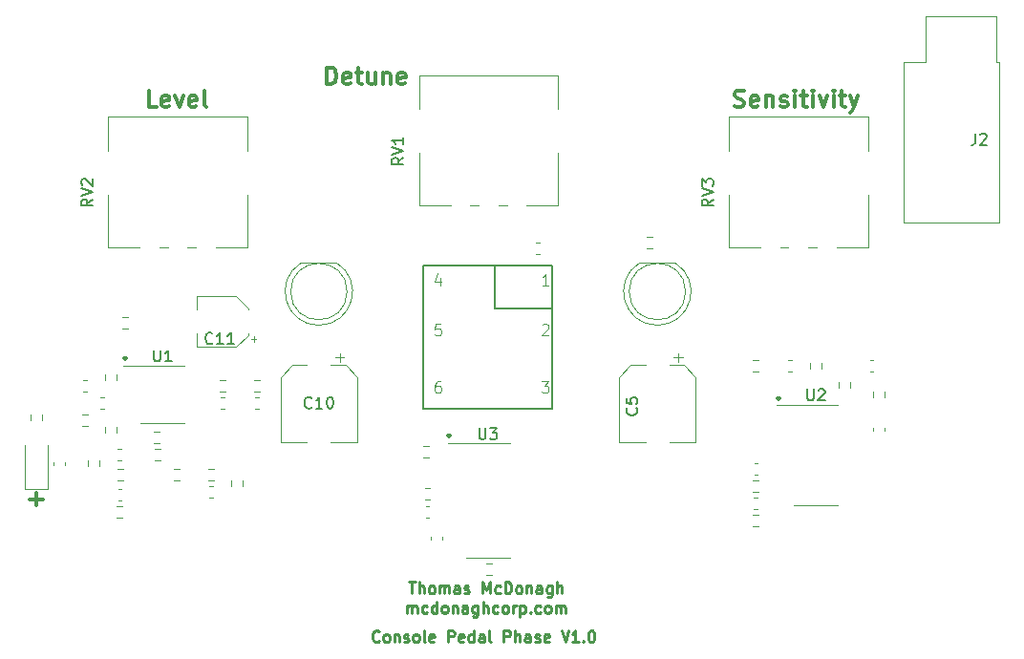
<source format=gbr>
%TF.GenerationSoftware,KiCad,Pcbnew,(5.1.7)-1*%
%TF.CreationDate,2020-11-19T18:07:40-06:00*%
%TF.ProjectId,ConsolePedalPhase,436f6e73-6f6c-4655-9065-64616c506861,rev?*%
%TF.SameCoordinates,Original*%
%TF.FileFunction,Legend,Top*%
%TF.FilePolarity,Positive*%
%FSLAX46Y46*%
G04 Gerber Fmt 4.6, Leading zero omitted, Abs format (unit mm)*
G04 Created by KiCad (PCBNEW (5.1.7)-1) date 2020-11-19 18:07:40*
%MOMM*%
%LPD*%
G01*
G04 APERTURE LIST*
%ADD10C,0.300000*%
%ADD11C,0.250000*%
%ADD12C,0.120000*%
%ADD13C,0.127000*%
%ADD14C,0.150000*%
%ADD15C,0.015000*%
G04 APERTURE END LIST*
D10*
X118455714Y-72306571D02*
X118455714Y-70806571D01*
X118812857Y-70806571D01*
X119027142Y-70878000D01*
X119170000Y-71020857D01*
X119241428Y-71163714D01*
X119312857Y-71449428D01*
X119312857Y-71663714D01*
X119241428Y-71949428D01*
X119170000Y-72092285D01*
X119027142Y-72235142D01*
X118812857Y-72306571D01*
X118455714Y-72306571D01*
X120527142Y-72235142D02*
X120384285Y-72306571D01*
X120098571Y-72306571D01*
X119955714Y-72235142D01*
X119884285Y-72092285D01*
X119884285Y-71520857D01*
X119955714Y-71378000D01*
X120098571Y-71306571D01*
X120384285Y-71306571D01*
X120527142Y-71378000D01*
X120598571Y-71520857D01*
X120598571Y-71663714D01*
X119884285Y-71806571D01*
X121027142Y-71306571D02*
X121598571Y-71306571D01*
X121241428Y-70806571D02*
X121241428Y-72092285D01*
X121312857Y-72235142D01*
X121455714Y-72306571D01*
X121598571Y-72306571D01*
X122741428Y-71306571D02*
X122741428Y-72306571D01*
X122098571Y-71306571D02*
X122098571Y-72092285D01*
X122170000Y-72235142D01*
X122312857Y-72306571D01*
X122527142Y-72306571D01*
X122670000Y-72235142D01*
X122741428Y-72163714D01*
X123455714Y-71306571D02*
X123455714Y-72306571D01*
X123455714Y-71449428D02*
X123527142Y-71378000D01*
X123670000Y-71306571D01*
X123884285Y-71306571D01*
X124027142Y-71378000D01*
X124098571Y-71520857D01*
X124098571Y-72306571D01*
X125384285Y-72235142D02*
X125241428Y-72306571D01*
X124955714Y-72306571D01*
X124812857Y-72235142D01*
X124741428Y-72092285D01*
X124741428Y-71520857D01*
X124812857Y-71378000D01*
X124955714Y-71306571D01*
X125241428Y-71306571D01*
X125384285Y-71378000D01*
X125455714Y-71520857D01*
X125455714Y-71663714D01*
X124741428Y-71806571D01*
X154591428Y-74267142D02*
X154805714Y-74338571D01*
X155162857Y-74338571D01*
X155305714Y-74267142D01*
X155377142Y-74195714D01*
X155448571Y-74052857D01*
X155448571Y-73910000D01*
X155377142Y-73767142D01*
X155305714Y-73695714D01*
X155162857Y-73624285D01*
X154877142Y-73552857D01*
X154734285Y-73481428D01*
X154662857Y-73410000D01*
X154591428Y-73267142D01*
X154591428Y-73124285D01*
X154662857Y-72981428D01*
X154734285Y-72910000D01*
X154877142Y-72838571D01*
X155234285Y-72838571D01*
X155448571Y-72910000D01*
X156662857Y-74267142D02*
X156520000Y-74338571D01*
X156234285Y-74338571D01*
X156091428Y-74267142D01*
X156020000Y-74124285D01*
X156020000Y-73552857D01*
X156091428Y-73410000D01*
X156234285Y-73338571D01*
X156520000Y-73338571D01*
X156662857Y-73410000D01*
X156734285Y-73552857D01*
X156734285Y-73695714D01*
X156020000Y-73838571D01*
X157377142Y-73338571D02*
X157377142Y-74338571D01*
X157377142Y-73481428D02*
X157448571Y-73410000D01*
X157591428Y-73338571D01*
X157805714Y-73338571D01*
X157948571Y-73410000D01*
X158020000Y-73552857D01*
X158020000Y-74338571D01*
X158662857Y-74267142D02*
X158805714Y-74338571D01*
X159091428Y-74338571D01*
X159234285Y-74267142D01*
X159305714Y-74124285D01*
X159305714Y-74052857D01*
X159234285Y-73910000D01*
X159091428Y-73838571D01*
X158877142Y-73838571D01*
X158734285Y-73767142D01*
X158662857Y-73624285D01*
X158662857Y-73552857D01*
X158734285Y-73410000D01*
X158877142Y-73338571D01*
X159091428Y-73338571D01*
X159234285Y-73410000D01*
X159948571Y-74338571D02*
X159948571Y-73338571D01*
X159948571Y-72838571D02*
X159877142Y-72910000D01*
X159948571Y-72981428D01*
X160020000Y-72910000D01*
X159948571Y-72838571D01*
X159948571Y-72981428D01*
X160448571Y-73338571D02*
X161020000Y-73338571D01*
X160662857Y-72838571D02*
X160662857Y-74124285D01*
X160734285Y-74267142D01*
X160877142Y-74338571D01*
X161020000Y-74338571D01*
X161520000Y-74338571D02*
X161520000Y-73338571D01*
X161520000Y-72838571D02*
X161448571Y-72910000D01*
X161520000Y-72981428D01*
X161591428Y-72910000D01*
X161520000Y-72838571D01*
X161520000Y-72981428D01*
X162091428Y-73338571D02*
X162448571Y-74338571D01*
X162805714Y-73338571D01*
X163377142Y-74338571D02*
X163377142Y-73338571D01*
X163377142Y-72838571D02*
X163305714Y-72910000D01*
X163377142Y-72981428D01*
X163448571Y-72910000D01*
X163377142Y-72838571D01*
X163377142Y-72981428D01*
X163877142Y-73338571D02*
X164448571Y-73338571D01*
X164091428Y-72838571D02*
X164091428Y-74124285D01*
X164162857Y-74267142D01*
X164305714Y-74338571D01*
X164448571Y-74338571D01*
X164805714Y-73338571D02*
X165162857Y-74338571D01*
X165520000Y-73338571D02*
X165162857Y-74338571D01*
X165020000Y-74695714D01*
X164948571Y-74767142D01*
X164805714Y-74838571D01*
X103370285Y-74338571D02*
X102656000Y-74338571D01*
X102656000Y-72838571D01*
X104441714Y-74267142D02*
X104298857Y-74338571D01*
X104013142Y-74338571D01*
X103870285Y-74267142D01*
X103798857Y-74124285D01*
X103798857Y-73552857D01*
X103870285Y-73410000D01*
X104013142Y-73338571D01*
X104298857Y-73338571D01*
X104441714Y-73410000D01*
X104513142Y-73552857D01*
X104513142Y-73695714D01*
X103798857Y-73838571D01*
X105013142Y-73338571D02*
X105370285Y-74338571D01*
X105727428Y-73338571D01*
X106870285Y-74267142D02*
X106727428Y-74338571D01*
X106441714Y-74338571D01*
X106298857Y-74267142D01*
X106227428Y-74124285D01*
X106227428Y-73552857D01*
X106298857Y-73410000D01*
X106441714Y-73338571D01*
X106727428Y-73338571D01*
X106870285Y-73410000D01*
X106941714Y-73552857D01*
X106941714Y-73695714D01*
X106227428Y-73838571D01*
X107798857Y-74338571D02*
X107656000Y-74267142D01*
X107584571Y-74124285D01*
X107584571Y-72838571D01*
X158496000Y-100103714D02*
X158424571Y-100175142D01*
X158496000Y-100246571D01*
X158567428Y-100175142D01*
X158496000Y-100103714D01*
X158496000Y-100246571D01*
X100584000Y-96547714D02*
X100512571Y-96619142D01*
X100584000Y-96690571D01*
X100655428Y-96619142D01*
X100584000Y-96547714D01*
X100584000Y-96690571D01*
X129286000Y-103405714D02*
X129214571Y-103477142D01*
X129286000Y-103548571D01*
X129357428Y-103477142D01*
X129286000Y-103405714D01*
X129286000Y-103548571D01*
X93281428Y-109073142D02*
X92138571Y-109073142D01*
X92710000Y-109644571D02*
X92710000Y-108501714D01*
D11*
X123095952Y-121642142D02*
X123048333Y-121689761D01*
X122905476Y-121737380D01*
X122810238Y-121737380D01*
X122667380Y-121689761D01*
X122572142Y-121594523D01*
X122524523Y-121499285D01*
X122476904Y-121308809D01*
X122476904Y-121165952D01*
X122524523Y-120975476D01*
X122572142Y-120880238D01*
X122667380Y-120785000D01*
X122810238Y-120737380D01*
X122905476Y-120737380D01*
X123048333Y-120785000D01*
X123095952Y-120832619D01*
X123667380Y-121737380D02*
X123572142Y-121689761D01*
X123524523Y-121642142D01*
X123476904Y-121546904D01*
X123476904Y-121261190D01*
X123524523Y-121165952D01*
X123572142Y-121118333D01*
X123667380Y-121070714D01*
X123810238Y-121070714D01*
X123905476Y-121118333D01*
X123953095Y-121165952D01*
X124000714Y-121261190D01*
X124000714Y-121546904D01*
X123953095Y-121642142D01*
X123905476Y-121689761D01*
X123810238Y-121737380D01*
X123667380Y-121737380D01*
X124429285Y-121070714D02*
X124429285Y-121737380D01*
X124429285Y-121165952D02*
X124476904Y-121118333D01*
X124572142Y-121070714D01*
X124715000Y-121070714D01*
X124810238Y-121118333D01*
X124857857Y-121213571D01*
X124857857Y-121737380D01*
X125286428Y-121689761D02*
X125381666Y-121737380D01*
X125572142Y-121737380D01*
X125667380Y-121689761D01*
X125715000Y-121594523D01*
X125715000Y-121546904D01*
X125667380Y-121451666D01*
X125572142Y-121404047D01*
X125429285Y-121404047D01*
X125334047Y-121356428D01*
X125286428Y-121261190D01*
X125286428Y-121213571D01*
X125334047Y-121118333D01*
X125429285Y-121070714D01*
X125572142Y-121070714D01*
X125667380Y-121118333D01*
X126286428Y-121737380D02*
X126191190Y-121689761D01*
X126143571Y-121642142D01*
X126095952Y-121546904D01*
X126095952Y-121261190D01*
X126143571Y-121165952D01*
X126191190Y-121118333D01*
X126286428Y-121070714D01*
X126429285Y-121070714D01*
X126524523Y-121118333D01*
X126572142Y-121165952D01*
X126619761Y-121261190D01*
X126619761Y-121546904D01*
X126572142Y-121642142D01*
X126524523Y-121689761D01*
X126429285Y-121737380D01*
X126286428Y-121737380D01*
X127191190Y-121737380D02*
X127095952Y-121689761D01*
X127048333Y-121594523D01*
X127048333Y-120737380D01*
X127953095Y-121689761D02*
X127857857Y-121737380D01*
X127667380Y-121737380D01*
X127572142Y-121689761D01*
X127524523Y-121594523D01*
X127524523Y-121213571D01*
X127572142Y-121118333D01*
X127667380Y-121070714D01*
X127857857Y-121070714D01*
X127953095Y-121118333D01*
X128000714Y-121213571D01*
X128000714Y-121308809D01*
X127524523Y-121404047D01*
X129191190Y-121737380D02*
X129191190Y-120737380D01*
X129572142Y-120737380D01*
X129667380Y-120785000D01*
X129715000Y-120832619D01*
X129762619Y-120927857D01*
X129762619Y-121070714D01*
X129715000Y-121165952D01*
X129667380Y-121213571D01*
X129572142Y-121261190D01*
X129191190Y-121261190D01*
X130572142Y-121689761D02*
X130476904Y-121737380D01*
X130286428Y-121737380D01*
X130191190Y-121689761D01*
X130143571Y-121594523D01*
X130143571Y-121213571D01*
X130191190Y-121118333D01*
X130286428Y-121070714D01*
X130476904Y-121070714D01*
X130572142Y-121118333D01*
X130619761Y-121213571D01*
X130619761Y-121308809D01*
X130143571Y-121404047D01*
X131476904Y-121737380D02*
X131476904Y-120737380D01*
X131476904Y-121689761D02*
X131381666Y-121737380D01*
X131191190Y-121737380D01*
X131095952Y-121689761D01*
X131048333Y-121642142D01*
X131000714Y-121546904D01*
X131000714Y-121261190D01*
X131048333Y-121165952D01*
X131095952Y-121118333D01*
X131191190Y-121070714D01*
X131381666Y-121070714D01*
X131476904Y-121118333D01*
X132381666Y-121737380D02*
X132381666Y-121213571D01*
X132334047Y-121118333D01*
X132238809Y-121070714D01*
X132048333Y-121070714D01*
X131953095Y-121118333D01*
X132381666Y-121689761D02*
X132286428Y-121737380D01*
X132048333Y-121737380D01*
X131953095Y-121689761D01*
X131905476Y-121594523D01*
X131905476Y-121499285D01*
X131953095Y-121404047D01*
X132048333Y-121356428D01*
X132286428Y-121356428D01*
X132381666Y-121308809D01*
X133000714Y-121737380D02*
X132905476Y-121689761D01*
X132857857Y-121594523D01*
X132857857Y-120737380D01*
X134143571Y-121737380D02*
X134143571Y-120737380D01*
X134524523Y-120737380D01*
X134619761Y-120785000D01*
X134667380Y-120832619D01*
X134715000Y-120927857D01*
X134715000Y-121070714D01*
X134667380Y-121165952D01*
X134619761Y-121213571D01*
X134524523Y-121261190D01*
X134143571Y-121261190D01*
X135143571Y-121737380D02*
X135143571Y-120737380D01*
X135572142Y-121737380D02*
X135572142Y-121213571D01*
X135524523Y-121118333D01*
X135429285Y-121070714D01*
X135286428Y-121070714D01*
X135191190Y-121118333D01*
X135143571Y-121165952D01*
X136476904Y-121737380D02*
X136476904Y-121213571D01*
X136429285Y-121118333D01*
X136334047Y-121070714D01*
X136143571Y-121070714D01*
X136048333Y-121118333D01*
X136476904Y-121689761D02*
X136381666Y-121737380D01*
X136143571Y-121737380D01*
X136048333Y-121689761D01*
X136000714Y-121594523D01*
X136000714Y-121499285D01*
X136048333Y-121404047D01*
X136143571Y-121356428D01*
X136381666Y-121356428D01*
X136476904Y-121308809D01*
X136905476Y-121689761D02*
X137000714Y-121737380D01*
X137191190Y-121737380D01*
X137286428Y-121689761D01*
X137334047Y-121594523D01*
X137334047Y-121546904D01*
X137286428Y-121451666D01*
X137191190Y-121404047D01*
X137048333Y-121404047D01*
X136953095Y-121356428D01*
X136905476Y-121261190D01*
X136905476Y-121213571D01*
X136953095Y-121118333D01*
X137048333Y-121070714D01*
X137191190Y-121070714D01*
X137286428Y-121118333D01*
X138143571Y-121689761D02*
X138048333Y-121737380D01*
X137857857Y-121737380D01*
X137762619Y-121689761D01*
X137715000Y-121594523D01*
X137715000Y-121213571D01*
X137762619Y-121118333D01*
X137857857Y-121070714D01*
X138048333Y-121070714D01*
X138143571Y-121118333D01*
X138191190Y-121213571D01*
X138191190Y-121308809D01*
X137715000Y-121404047D01*
X139238809Y-120737380D02*
X139572142Y-121737380D01*
X139905476Y-120737380D01*
X140762619Y-121737380D02*
X140191190Y-121737380D01*
X140476904Y-121737380D02*
X140476904Y-120737380D01*
X140381666Y-120880238D01*
X140286428Y-120975476D01*
X140191190Y-121023095D01*
X141191190Y-121642142D02*
X141238809Y-121689761D01*
X141191190Y-121737380D01*
X141143571Y-121689761D01*
X141191190Y-121642142D01*
X141191190Y-121737380D01*
X141857857Y-120737380D02*
X141953095Y-120737380D01*
X142048333Y-120785000D01*
X142095952Y-120832619D01*
X142143571Y-120927857D01*
X142191190Y-121118333D01*
X142191190Y-121356428D01*
X142143571Y-121546904D01*
X142095952Y-121642142D01*
X142048333Y-121689761D01*
X141953095Y-121737380D01*
X141857857Y-121737380D01*
X141762619Y-121689761D01*
X141715000Y-121642142D01*
X141667380Y-121546904D01*
X141619761Y-121356428D01*
X141619761Y-121118333D01*
X141667380Y-120927857D01*
X141715000Y-120832619D01*
X141762619Y-120785000D01*
X141857857Y-120737380D01*
X125730857Y-116433380D02*
X126302285Y-116433380D01*
X126016571Y-117433380D02*
X126016571Y-116433380D01*
X126635619Y-117433380D02*
X126635619Y-116433380D01*
X127064190Y-117433380D02*
X127064190Y-116909571D01*
X127016571Y-116814333D01*
X126921333Y-116766714D01*
X126778476Y-116766714D01*
X126683238Y-116814333D01*
X126635619Y-116861952D01*
X127683238Y-117433380D02*
X127588000Y-117385761D01*
X127540380Y-117338142D01*
X127492761Y-117242904D01*
X127492761Y-116957190D01*
X127540380Y-116861952D01*
X127588000Y-116814333D01*
X127683238Y-116766714D01*
X127826095Y-116766714D01*
X127921333Y-116814333D01*
X127968952Y-116861952D01*
X128016571Y-116957190D01*
X128016571Y-117242904D01*
X127968952Y-117338142D01*
X127921333Y-117385761D01*
X127826095Y-117433380D01*
X127683238Y-117433380D01*
X128445142Y-117433380D02*
X128445142Y-116766714D01*
X128445142Y-116861952D02*
X128492761Y-116814333D01*
X128588000Y-116766714D01*
X128730857Y-116766714D01*
X128826095Y-116814333D01*
X128873714Y-116909571D01*
X128873714Y-117433380D01*
X128873714Y-116909571D02*
X128921333Y-116814333D01*
X129016571Y-116766714D01*
X129159428Y-116766714D01*
X129254666Y-116814333D01*
X129302285Y-116909571D01*
X129302285Y-117433380D01*
X130207047Y-117433380D02*
X130207047Y-116909571D01*
X130159428Y-116814333D01*
X130064190Y-116766714D01*
X129873714Y-116766714D01*
X129778476Y-116814333D01*
X130207047Y-117385761D02*
X130111809Y-117433380D01*
X129873714Y-117433380D01*
X129778476Y-117385761D01*
X129730857Y-117290523D01*
X129730857Y-117195285D01*
X129778476Y-117100047D01*
X129873714Y-117052428D01*
X130111809Y-117052428D01*
X130207047Y-117004809D01*
X130635619Y-117385761D02*
X130730857Y-117433380D01*
X130921333Y-117433380D01*
X131016571Y-117385761D01*
X131064190Y-117290523D01*
X131064190Y-117242904D01*
X131016571Y-117147666D01*
X130921333Y-117100047D01*
X130778476Y-117100047D01*
X130683238Y-117052428D01*
X130635619Y-116957190D01*
X130635619Y-116909571D01*
X130683238Y-116814333D01*
X130778476Y-116766714D01*
X130921333Y-116766714D01*
X131016571Y-116814333D01*
X132254666Y-117433380D02*
X132254666Y-116433380D01*
X132588000Y-117147666D01*
X132921333Y-116433380D01*
X132921333Y-117433380D01*
X133826095Y-117385761D02*
X133730857Y-117433380D01*
X133540380Y-117433380D01*
X133445142Y-117385761D01*
X133397523Y-117338142D01*
X133349904Y-117242904D01*
X133349904Y-116957190D01*
X133397523Y-116861952D01*
X133445142Y-116814333D01*
X133540380Y-116766714D01*
X133730857Y-116766714D01*
X133826095Y-116814333D01*
X134254666Y-117433380D02*
X134254666Y-116433380D01*
X134492761Y-116433380D01*
X134635619Y-116481000D01*
X134730857Y-116576238D01*
X134778476Y-116671476D01*
X134826095Y-116861952D01*
X134826095Y-117004809D01*
X134778476Y-117195285D01*
X134730857Y-117290523D01*
X134635619Y-117385761D01*
X134492761Y-117433380D01*
X134254666Y-117433380D01*
X135397523Y-117433380D02*
X135302285Y-117385761D01*
X135254666Y-117338142D01*
X135207047Y-117242904D01*
X135207047Y-116957190D01*
X135254666Y-116861952D01*
X135302285Y-116814333D01*
X135397523Y-116766714D01*
X135540380Y-116766714D01*
X135635619Y-116814333D01*
X135683238Y-116861952D01*
X135730857Y-116957190D01*
X135730857Y-117242904D01*
X135683238Y-117338142D01*
X135635619Y-117385761D01*
X135540380Y-117433380D01*
X135397523Y-117433380D01*
X136159428Y-116766714D02*
X136159428Y-117433380D01*
X136159428Y-116861952D02*
X136207047Y-116814333D01*
X136302285Y-116766714D01*
X136445142Y-116766714D01*
X136540380Y-116814333D01*
X136588000Y-116909571D01*
X136588000Y-117433380D01*
X137492761Y-117433380D02*
X137492761Y-116909571D01*
X137445142Y-116814333D01*
X137349904Y-116766714D01*
X137159428Y-116766714D01*
X137064190Y-116814333D01*
X137492761Y-117385761D02*
X137397523Y-117433380D01*
X137159428Y-117433380D01*
X137064190Y-117385761D01*
X137016571Y-117290523D01*
X137016571Y-117195285D01*
X137064190Y-117100047D01*
X137159428Y-117052428D01*
X137397523Y-117052428D01*
X137492761Y-117004809D01*
X138397523Y-116766714D02*
X138397523Y-117576238D01*
X138349904Y-117671476D01*
X138302285Y-117719095D01*
X138207047Y-117766714D01*
X138064190Y-117766714D01*
X137968952Y-117719095D01*
X138397523Y-117385761D02*
X138302285Y-117433380D01*
X138111809Y-117433380D01*
X138016571Y-117385761D01*
X137968952Y-117338142D01*
X137921333Y-117242904D01*
X137921333Y-116957190D01*
X137968952Y-116861952D01*
X138016571Y-116814333D01*
X138111809Y-116766714D01*
X138302285Y-116766714D01*
X138397523Y-116814333D01*
X138873714Y-117433380D02*
X138873714Y-116433380D01*
X139302285Y-117433380D02*
X139302285Y-116909571D01*
X139254666Y-116814333D01*
X139159428Y-116766714D01*
X139016571Y-116766714D01*
X138921333Y-116814333D01*
X138873714Y-116861952D01*
X125588000Y-119183380D02*
X125588000Y-118516714D01*
X125588000Y-118611952D02*
X125635619Y-118564333D01*
X125730857Y-118516714D01*
X125873714Y-118516714D01*
X125968952Y-118564333D01*
X126016571Y-118659571D01*
X126016571Y-119183380D01*
X126016571Y-118659571D02*
X126064190Y-118564333D01*
X126159428Y-118516714D01*
X126302285Y-118516714D01*
X126397523Y-118564333D01*
X126445142Y-118659571D01*
X126445142Y-119183380D01*
X127349904Y-119135761D02*
X127254666Y-119183380D01*
X127064190Y-119183380D01*
X126968952Y-119135761D01*
X126921333Y-119088142D01*
X126873714Y-118992904D01*
X126873714Y-118707190D01*
X126921333Y-118611952D01*
X126968952Y-118564333D01*
X127064190Y-118516714D01*
X127254666Y-118516714D01*
X127349904Y-118564333D01*
X128207047Y-119183380D02*
X128207047Y-118183380D01*
X128207047Y-119135761D02*
X128111809Y-119183380D01*
X127921333Y-119183380D01*
X127826095Y-119135761D01*
X127778476Y-119088142D01*
X127730857Y-118992904D01*
X127730857Y-118707190D01*
X127778476Y-118611952D01*
X127826095Y-118564333D01*
X127921333Y-118516714D01*
X128111809Y-118516714D01*
X128207047Y-118564333D01*
X128826095Y-119183380D02*
X128730857Y-119135761D01*
X128683238Y-119088142D01*
X128635619Y-118992904D01*
X128635619Y-118707190D01*
X128683238Y-118611952D01*
X128730857Y-118564333D01*
X128826095Y-118516714D01*
X128968952Y-118516714D01*
X129064190Y-118564333D01*
X129111809Y-118611952D01*
X129159428Y-118707190D01*
X129159428Y-118992904D01*
X129111809Y-119088142D01*
X129064190Y-119135761D01*
X128968952Y-119183380D01*
X128826095Y-119183380D01*
X129588000Y-118516714D02*
X129588000Y-119183380D01*
X129588000Y-118611952D02*
X129635619Y-118564333D01*
X129730857Y-118516714D01*
X129873714Y-118516714D01*
X129968952Y-118564333D01*
X130016571Y-118659571D01*
X130016571Y-119183380D01*
X130921333Y-119183380D02*
X130921333Y-118659571D01*
X130873714Y-118564333D01*
X130778476Y-118516714D01*
X130588000Y-118516714D01*
X130492761Y-118564333D01*
X130921333Y-119135761D02*
X130826095Y-119183380D01*
X130588000Y-119183380D01*
X130492761Y-119135761D01*
X130445142Y-119040523D01*
X130445142Y-118945285D01*
X130492761Y-118850047D01*
X130588000Y-118802428D01*
X130826095Y-118802428D01*
X130921333Y-118754809D01*
X131826095Y-118516714D02*
X131826095Y-119326238D01*
X131778476Y-119421476D01*
X131730857Y-119469095D01*
X131635619Y-119516714D01*
X131492761Y-119516714D01*
X131397523Y-119469095D01*
X131826095Y-119135761D02*
X131730857Y-119183380D01*
X131540380Y-119183380D01*
X131445142Y-119135761D01*
X131397523Y-119088142D01*
X131349904Y-118992904D01*
X131349904Y-118707190D01*
X131397523Y-118611952D01*
X131445142Y-118564333D01*
X131540380Y-118516714D01*
X131730857Y-118516714D01*
X131826095Y-118564333D01*
X132302285Y-119183380D02*
X132302285Y-118183380D01*
X132730857Y-119183380D02*
X132730857Y-118659571D01*
X132683238Y-118564333D01*
X132588000Y-118516714D01*
X132445142Y-118516714D01*
X132349904Y-118564333D01*
X132302285Y-118611952D01*
X133635619Y-119135761D02*
X133540380Y-119183380D01*
X133349904Y-119183380D01*
X133254666Y-119135761D01*
X133207047Y-119088142D01*
X133159428Y-118992904D01*
X133159428Y-118707190D01*
X133207047Y-118611952D01*
X133254666Y-118564333D01*
X133349904Y-118516714D01*
X133540380Y-118516714D01*
X133635619Y-118564333D01*
X134207047Y-119183380D02*
X134111809Y-119135761D01*
X134064190Y-119088142D01*
X134016571Y-118992904D01*
X134016571Y-118707190D01*
X134064190Y-118611952D01*
X134111809Y-118564333D01*
X134207047Y-118516714D01*
X134349904Y-118516714D01*
X134445142Y-118564333D01*
X134492761Y-118611952D01*
X134540380Y-118707190D01*
X134540380Y-118992904D01*
X134492761Y-119088142D01*
X134445142Y-119135761D01*
X134349904Y-119183380D01*
X134207047Y-119183380D01*
X134968952Y-119183380D02*
X134968952Y-118516714D01*
X134968952Y-118707190D02*
X135016571Y-118611952D01*
X135064190Y-118564333D01*
X135159428Y-118516714D01*
X135254666Y-118516714D01*
X135588000Y-118516714D02*
X135588000Y-119516714D01*
X135588000Y-118564333D02*
X135683238Y-118516714D01*
X135873714Y-118516714D01*
X135968952Y-118564333D01*
X136016571Y-118611952D01*
X136064190Y-118707190D01*
X136064190Y-118992904D01*
X136016571Y-119088142D01*
X135968952Y-119135761D01*
X135873714Y-119183380D01*
X135683238Y-119183380D01*
X135588000Y-119135761D01*
X136492761Y-119088142D02*
X136540380Y-119135761D01*
X136492761Y-119183380D01*
X136445142Y-119135761D01*
X136492761Y-119088142D01*
X136492761Y-119183380D01*
X137397523Y-119135761D02*
X137302285Y-119183380D01*
X137111809Y-119183380D01*
X137016571Y-119135761D01*
X136968952Y-119088142D01*
X136921333Y-118992904D01*
X136921333Y-118707190D01*
X136968952Y-118611952D01*
X137016571Y-118564333D01*
X137111809Y-118516714D01*
X137302285Y-118516714D01*
X137397523Y-118564333D01*
X137968952Y-119183380D02*
X137873714Y-119135761D01*
X137826095Y-119088142D01*
X137778476Y-118992904D01*
X137778476Y-118707190D01*
X137826095Y-118611952D01*
X137873714Y-118564333D01*
X137968952Y-118516714D01*
X138111809Y-118516714D01*
X138207047Y-118564333D01*
X138254666Y-118611952D01*
X138302285Y-118707190D01*
X138302285Y-118992904D01*
X138254666Y-119088142D01*
X138207047Y-119135761D01*
X138111809Y-119183380D01*
X137968952Y-119183380D01*
X138730857Y-119183380D02*
X138730857Y-118516714D01*
X138730857Y-118611952D02*
X138778476Y-118564333D01*
X138873714Y-118516714D01*
X139016571Y-118516714D01*
X139111809Y-118564333D01*
X139159428Y-118659571D01*
X139159428Y-119183380D01*
X139159428Y-118659571D02*
X139207047Y-118564333D01*
X139302285Y-118516714D01*
X139445142Y-118516714D01*
X139540380Y-118564333D01*
X139588000Y-118659571D01*
X139588000Y-119183380D01*
D12*
%TO.C,R1*%
X93232500Y-101616742D02*
X93232500Y-102091258D01*
X92187500Y-101616742D02*
X92187500Y-102091258D01*
%TO.C,D2*%
X149295000Y-88118000D02*
X146205000Y-88118000D01*
X150250000Y-90678000D02*
G75*
G03*
X150250000Y-90678000I-2500000J0D01*
G01*
X147750462Y-93668000D02*
G75*
G02*
X146205170Y-88118000I-462J2990000D01*
G01*
X147749538Y-93668000D02*
G75*
G03*
X149294830Y-88118000I462J2990000D01*
G01*
%TO.C,R3*%
X146828742Y-85837500D02*
X147303258Y-85837500D01*
X146828742Y-86882500D02*
X147303258Y-86882500D01*
%TO.C,C1*%
X98692580Y-101094000D02*
X98411420Y-101094000D01*
X98692580Y-100074000D02*
X98411420Y-100074000D01*
%TO.C,D1*%
X120250000Y-90678000D02*
G75*
G03*
X120250000Y-90678000I-2500000J0D01*
G01*
X119295000Y-88118000D02*
X116205000Y-88118000D01*
X117749538Y-93668000D02*
G75*
G03*
X119294830Y-88118000I462J2990000D01*
G01*
X117750462Y-93668000D02*
G75*
G02*
X116205170Y-88118000I-462J2990000D01*
G01*
%TO.C,C2*%
X137019420Y-87378000D02*
X137300580Y-87378000D01*
X137019420Y-86358000D02*
X137300580Y-86358000D01*
%TO.C,C3*%
X127521580Y-110746000D02*
X127240420Y-110746000D01*
X127521580Y-109726000D02*
X127240420Y-109726000D01*
%TO.C,C4*%
X96887420Y-99570000D02*
X97168580Y-99570000D01*
X96887420Y-98550000D02*
X97168580Y-98550000D01*
%TO.C,C6*%
X94232000Y-105777420D02*
X94232000Y-106058580D01*
X95252000Y-105777420D02*
X95252000Y-106058580D01*
%TO.C,C7*%
X99935420Y-104646000D02*
X100216580Y-104646000D01*
X99935420Y-105666000D02*
X100216580Y-105666000D01*
%TO.C,C8*%
X108063420Y-108968000D02*
X108344580Y-108968000D01*
X108063420Y-107948000D02*
X108344580Y-107948000D01*
%TO.C,C9*%
X99948420Y-108202000D02*
X100229580Y-108202000D01*
X99948420Y-109222000D02*
X100229580Y-109222000D01*
%TO.C,C12*%
X156323420Y-109984000D02*
X156604580Y-109984000D01*
X156323420Y-108964000D02*
X156604580Y-108964000D01*
%TO.C,C13*%
X156617580Y-106936000D02*
X156336420Y-106936000D01*
X156617580Y-105916000D02*
X156336420Y-105916000D01*
%TO.C,C14*%
X159371420Y-97792000D02*
X159652580Y-97792000D01*
X159371420Y-96772000D02*
X159652580Y-96772000D01*
%TO.C,C15*%
X109079420Y-101094000D02*
X109360580Y-101094000D01*
X109079420Y-100074000D02*
X109360580Y-100074000D01*
%TO.C,C16*%
X112127420Y-101094000D02*
X112408580Y-101094000D01*
X112127420Y-100074000D02*
X112408580Y-100074000D01*
%TO.C,C17*%
X166891580Y-97792000D02*
X166610420Y-97792000D01*
X166891580Y-96772000D02*
X166610420Y-96772000D01*
%TO.C,C18*%
X127633000Y-112662580D02*
X127633000Y-112381420D01*
X128653000Y-112662580D02*
X128653000Y-112381420D01*
%TO.C,C19*%
X166876000Y-103010580D02*
X166876000Y-102729420D01*
X167896000Y-103010580D02*
X167896000Y-102729420D01*
%TO.C,D3*%
X91710000Y-108168000D02*
X91710000Y-104268000D01*
X93710000Y-108168000D02*
X93710000Y-104268000D01*
X91710000Y-108168000D02*
X93710000Y-108168000D01*
%TO.C,R2*%
X98791500Y-102695742D02*
X98791500Y-103170258D01*
X99836500Y-102695742D02*
X99836500Y-103170258D01*
%TO.C,R4*%
X127143742Y-108062500D02*
X127618258Y-108062500D01*
X127143742Y-109107500D02*
X127618258Y-109107500D01*
%TO.C,R5*%
X127016742Y-104379500D02*
X127491258Y-104379500D01*
X127016742Y-105424500D02*
X127491258Y-105424500D01*
%TO.C,R6*%
X105393258Y-107456500D02*
X104918742Y-107456500D01*
X105393258Y-106411500D02*
X104918742Y-106411500D01*
%TO.C,R7*%
X99901742Y-107456500D02*
X100376258Y-107456500D01*
X99901742Y-106411500D02*
X100376258Y-106411500D01*
%TO.C,R8*%
X103140742Y-104154500D02*
X103615258Y-104154500D01*
X103140742Y-103109500D02*
X103615258Y-103109500D01*
%TO.C,R9*%
X103203742Y-105678500D02*
X103678258Y-105678500D01*
X103203742Y-104633500D02*
X103678258Y-104633500D01*
%TO.C,R10*%
X107966742Y-106411500D02*
X108441258Y-106411500D01*
X107966742Y-107456500D02*
X108441258Y-107456500D01*
%TO.C,R11*%
X97267500Y-106155258D02*
X97267500Y-105680742D01*
X98312500Y-106155258D02*
X98312500Y-105680742D01*
%TO.C,R12*%
X97265258Y-102630500D02*
X96790742Y-102630500D01*
X97265258Y-101585500D02*
X96790742Y-101585500D01*
%TO.C,R13*%
X111012500Y-107933258D02*
X111012500Y-107458742D01*
X109967500Y-107933258D02*
X109967500Y-107458742D01*
%TO.C,R14*%
X100313258Y-110758500D02*
X99838742Y-110758500D01*
X100313258Y-109713500D02*
X99838742Y-109713500D01*
%TO.C,R15*%
X156226742Y-111520500D02*
X156701258Y-111520500D01*
X156226742Y-110475500D02*
X156701258Y-110475500D01*
%TO.C,R16*%
X156701258Y-107427500D02*
X156226742Y-107427500D01*
X156701258Y-108472500D02*
X156226742Y-108472500D01*
%TO.C,R17*%
X98791500Y-98060742D02*
X98791500Y-98535258D01*
X99836500Y-98060742D02*
X99836500Y-98535258D01*
%TO.C,R18*%
X100821258Y-92949500D02*
X100346742Y-92949500D01*
X100821258Y-93994500D02*
X100346742Y-93994500D01*
%TO.C,R19*%
X161275500Y-97044742D02*
X161275500Y-97519258D01*
X162320500Y-97044742D02*
X162320500Y-97519258D01*
%TO.C,R20*%
X108982742Y-98537500D02*
X109457258Y-98537500D01*
X108982742Y-99582500D02*
X109457258Y-99582500D01*
%TO.C,R21*%
X156226742Y-97804500D02*
X156701258Y-97804500D01*
X156226742Y-96759500D02*
X156701258Y-96759500D01*
%TO.C,R22*%
X164860500Y-98695742D02*
X164860500Y-99170258D01*
X163815500Y-98695742D02*
X163815500Y-99170258D01*
%TO.C,R23*%
X112505258Y-98537500D02*
X112030742Y-98537500D01*
X112505258Y-99582500D02*
X112030742Y-99582500D01*
%TO.C,R24*%
X132604742Y-114793500D02*
X133079258Y-114793500D01*
X132604742Y-115838500D02*
X133079258Y-115838500D01*
%TO.C,R25*%
X166863500Y-100059258D02*
X166863500Y-99584742D01*
X167908500Y-100059258D02*
X167908500Y-99584742D01*
%TO.C,RV1*%
X126620000Y-71484000D02*
X138960000Y-71484000D01*
X136160000Y-83074000D02*
X138960000Y-83074000D01*
X133661000Y-83074000D02*
X134420000Y-83074000D01*
X131161000Y-83074000D02*
X131920000Y-83074000D01*
X126620000Y-83074000D02*
X129419000Y-83074000D01*
X138960000Y-74499000D02*
X138960000Y-71484000D01*
X138960000Y-83074000D02*
X138960000Y-78408000D01*
X126620000Y-74499000D02*
X126620000Y-71484000D01*
X126620000Y-83074000D02*
X126620000Y-78408000D01*
%TO.C,RV2*%
X99080000Y-75160000D02*
X111420000Y-75160000D01*
X108620000Y-86750000D02*
X111420000Y-86750000D01*
X106121000Y-86750000D02*
X106880000Y-86750000D01*
X103621000Y-86750000D02*
X104380000Y-86750000D01*
X99080000Y-86750000D02*
X101879000Y-86750000D01*
X111420000Y-78175000D02*
X111420000Y-75160000D01*
X111420000Y-86750000D02*
X111420000Y-82084000D01*
X99080000Y-78175000D02*
X99080000Y-75160000D01*
X99080000Y-86750000D02*
X99080000Y-82084000D01*
%TO.C,RV3*%
X154080000Y-86750000D02*
X154080000Y-82084000D01*
X154080000Y-78175000D02*
X154080000Y-75160000D01*
X166420000Y-86750000D02*
X166420000Y-82084000D01*
X166420000Y-78175000D02*
X166420000Y-75160000D01*
X154080000Y-86750000D02*
X156879000Y-86750000D01*
X158621000Y-86750000D02*
X159380000Y-86750000D01*
X161121000Y-86750000D02*
X161880000Y-86750000D01*
X163620000Y-86750000D02*
X166420000Y-86750000D01*
X154080000Y-75160000D02*
X166420000Y-75160000D01*
D13*
%TO.C,SW1*%
X133385000Y-92202000D02*
X133385000Y-88392000D01*
X138465000Y-92202000D02*
X133385000Y-92202000D01*
X138465000Y-92202000D02*
X138465000Y-101092000D01*
X138465000Y-88392000D02*
X138465000Y-92202000D01*
X133385000Y-88392000D02*
X138465000Y-88392000D01*
X127035000Y-88392000D02*
X133385000Y-88392000D01*
X127035000Y-101092000D02*
X127035000Y-88392000D01*
X138465000Y-101092000D02*
X127035000Y-101092000D01*
D12*
%TO.C,U1*%
X103886000Y-97262000D02*
X100436000Y-97262000D01*
X103886000Y-97262000D02*
X105836000Y-97262000D01*
X103886000Y-102382000D02*
X101936000Y-102382000D01*
X103886000Y-102382000D02*
X105836000Y-102382000D01*
%TO.C,U2*%
X161798000Y-100721000D02*
X158348000Y-100721000D01*
X161798000Y-100721000D02*
X163748000Y-100721000D01*
X161798000Y-109591000D02*
X159848000Y-109591000D01*
X161798000Y-109591000D02*
X163748000Y-109591000D01*
%TO.C,U3*%
X132715000Y-104160000D02*
X129215000Y-104160000D01*
X132715000Y-104160000D02*
X134665000Y-104160000D01*
X132715000Y-114280000D02*
X130765000Y-114280000D01*
X132715000Y-114280000D02*
X134665000Y-114280000D01*
%TO.C,J2*%
X171516000Y-70308000D02*
X171516000Y-66308000D01*
X169616000Y-70308000D02*
X171516000Y-70308000D01*
X169616000Y-84548000D02*
X169616000Y-70308000D01*
X178056000Y-84548000D02*
X169616000Y-84548000D01*
X178056000Y-70308000D02*
X178056000Y-84548000D01*
X177756000Y-70308000D02*
X178056000Y-70308000D01*
X177756000Y-66308000D02*
X177756000Y-70308000D01*
X171516000Y-66308000D02*
X177756000Y-66308000D01*
%TO.C,C5*%
X144340000Y-103994000D02*
X146690000Y-103994000D01*
X151160000Y-103994000D02*
X148810000Y-103994000D01*
X151160000Y-98238437D02*
X151160000Y-103994000D01*
X144340000Y-98238437D02*
X144340000Y-103994000D01*
X145404437Y-97174000D02*
X146690000Y-97174000D01*
X150095563Y-97174000D02*
X148810000Y-97174000D01*
X150095563Y-97174000D02*
X151160000Y-98238437D01*
X145404437Y-97174000D02*
X144340000Y-98238437D01*
X149597500Y-96146500D02*
X149597500Y-96934000D01*
X149991250Y-96540250D02*
X149203750Y-96540250D01*
%TO.C,C10*%
X119991250Y-96540250D02*
X119203750Y-96540250D01*
X119597500Y-96146500D02*
X119597500Y-96934000D01*
X115404437Y-97174000D02*
X114340000Y-98238437D01*
X120095563Y-97174000D02*
X121160000Y-98238437D01*
X120095563Y-97174000D02*
X118810000Y-97174000D01*
X115404437Y-97174000D02*
X116690000Y-97174000D01*
X114340000Y-98238437D02*
X114340000Y-103994000D01*
X121160000Y-98238437D02*
X121160000Y-103994000D01*
X121160000Y-103994000D02*
X118810000Y-103994000D01*
X114340000Y-103994000D02*
X116690000Y-103994000D01*
%TO.C,C11*%
X106960000Y-91085000D02*
X106960000Y-92285000D01*
X106960000Y-95605000D02*
X106960000Y-94405000D01*
X110415563Y-95605000D02*
X106960000Y-95605000D01*
X110415563Y-91085000D02*
X106960000Y-91085000D01*
X111480000Y-92149437D02*
X111480000Y-92285000D01*
X111480000Y-94540563D02*
X111480000Y-94405000D01*
X111480000Y-94540563D02*
X110415563Y-95605000D01*
X111480000Y-92149437D02*
X110415563Y-91085000D01*
X112220000Y-94905000D02*
X111720000Y-94905000D01*
X111970000Y-95155000D02*
X111970000Y-94655000D01*
%TO.C,RV1*%
D14*
X125242380Y-78824238D02*
X124766190Y-79157571D01*
X125242380Y-79395666D02*
X124242380Y-79395666D01*
X124242380Y-79014714D01*
X124290000Y-78919476D01*
X124337619Y-78871857D01*
X124432857Y-78824238D01*
X124575714Y-78824238D01*
X124670952Y-78871857D01*
X124718571Y-78919476D01*
X124766190Y-79014714D01*
X124766190Y-79395666D01*
X124242380Y-78538523D02*
X125242380Y-78205190D01*
X124242380Y-77871857D01*
X125242380Y-77014714D02*
X125242380Y-77586142D01*
X125242380Y-77300428D02*
X124242380Y-77300428D01*
X124385238Y-77395666D01*
X124480476Y-77490904D01*
X124528095Y-77586142D01*
%TO.C,RV2*%
X97702380Y-82500238D02*
X97226190Y-82833571D01*
X97702380Y-83071666D02*
X96702380Y-83071666D01*
X96702380Y-82690714D01*
X96750000Y-82595476D01*
X96797619Y-82547857D01*
X96892857Y-82500238D01*
X97035714Y-82500238D01*
X97130952Y-82547857D01*
X97178571Y-82595476D01*
X97226190Y-82690714D01*
X97226190Y-83071666D01*
X96702380Y-82214523D02*
X97702380Y-81881190D01*
X96702380Y-81547857D01*
X96797619Y-81262142D02*
X96750000Y-81214523D01*
X96702380Y-81119285D01*
X96702380Y-80881190D01*
X96750000Y-80785952D01*
X96797619Y-80738333D01*
X96892857Y-80690714D01*
X96988095Y-80690714D01*
X97130952Y-80738333D01*
X97702380Y-81309761D01*
X97702380Y-80690714D01*
%TO.C,RV3*%
X152702380Y-82500238D02*
X152226190Y-82833571D01*
X152702380Y-83071666D02*
X151702380Y-83071666D01*
X151702380Y-82690714D01*
X151750000Y-82595476D01*
X151797619Y-82547857D01*
X151892857Y-82500238D01*
X152035714Y-82500238D01*
X152130952Y-82547857D01*
X152178571Y-82595476D01*
X152226190Y-82690714D01*
X152226190Y-83071666D01*
X151702380Y-82214523D02*
X152702380Y-81881190D01*
X151702380Y-81547857D01*
X151702380Y-81309761D02*
X151702380Y-80690714D01*
X152083333Y-81024047D01*
X152083333Y-80881190D01*
X152130952Y-80785952D01*
X152178571Y-80738333D01*
X152273809Y-80690714D01*
X152511904Y-80690714D01*
X152607142Y-80738333D01*
X152654761Y-80785952D01*
X152702380Y-80881190D01*
X152702380Y-81166904D01*
X152654761Y-81262142D01*
X152607142Y-81309761D01*
%TO.C,SW1*%
D15*
X138115714Y-90114380D02*
X137544285Y-90114380D01*
X137830000Y-90114380D02*
X137830000Y-89114380D01*
X137734761Y-89257238D01*
X137639523Y-89352476D01*
X137544285Y-89400095D01*
X137544285Y-93654619D02*
X137591904Y-93607000D01*
X137687142Y-93559380D01*
X137925238Y-93559380D01*
X138020476Y-93607000D01*
X138068095Y-93654619D01*
X138115714Y-93749857D01*
X138115714Y-93845095D01*
X138068095Y-93987952D01*
X137496666Y-94559380D01*
X138115714Y-94559380D01*
X137496666Y-98639380D02*
X138115714Y-98639380D01*
X137782380Y-99020333D01*
X137925238Y-99020333D01*
X138020476Y-99067952D01*
X138068095Y-99115571D01*
X138115714Y-99210809D01*
X138115714Y-99448904D01*
X138068095Y-99544142D01*
X138020476Y-99591761D01*
X137925238Y-99639380D01*
X137639523Y-99639380D01*
X137544285Y-99591761D01*
X137496666Y-99544142D01*
X128495476Y-89447714D02*
X128495476Y-90114380D01*
X128257380Y-89066761D02*
X128019285Y-89781047D01*
X128638333Y-89781047D01*
X128543095Y-93559380D02*
X128066904Y-93559380D01*
X128019285Y-94035571D01*
X128066904Y-93987952D01*
X128162142Y-93940333D01*
X128400238Y-93940333D01*
X128495476Y-93987952D01*
X128543095Y-94035571D01*
X128590714Y-94130809D01*
X128590714Y-94368904D01*
X128543095Y-94464142D01*
X128495476Y-94511761D01*
X128400238Y-94559380D01*
X128162142Y-94559380D01*
X128066904Y-94511761D01*
X128019285Y-94464142D01*
X128495476Y-98639380D02*
X128305000Y-98639380D01*
X128209761Y-98687000D01*
X128162142Y-98734619D01*
X128066904Y-98877476D01*
X128019285Y-99067952D01*
X128019285Y-99448904D01*
X128066904Y-99544142D01*
X128114523Y-99591761D01*
X128209761Y-99639380D01*
X128400238Y-99639380D01*
X128495476Y-99591761D01*
X128543095Y-99544142D01*
X128590714Y-99448904D01*
X128590714Y-99210809D01*
X128543095Y-99115571D01*
X128495476Y-99067952D01*
X128400238Y-99020333D01*
X128209761Y-99020333D01*
X128114523Y-99067952D01*
X128066904Y-99115571D01*
X128019285Y-99210809D01*
%TO.C,U1*%
D14*
X103124095Y-95874380D02*
X103124095Y-96683904D01*
X103171714Y-96779142D01*
X103219333Y-96826761D01*
X103314571Y-96874380D01*
X103505047Y-96874380D01*
X103600285Y-96826761D01*
X103647904Y-96779142D01*
X103695523Y-96683904D01*
X103695523Y-95874380D01*
X104695523Y-96874380D02*
X104124095Y-96874380D01*
X104409809Y-96874380D02*
X104409809Y-95874380D01*
X104314571Y-96017238D01*
X104219333Y-96112476D01*
X104124095Y-96160095D01*
%TO.C,U2*%
X161036095Y-99328380D02*
X161036095Y-100137904D01*
X161083714Y-100233142D01*
X161131333Y-100280761D01*
X161226571Y-100328380D01*
X161417047Y-100328380D01*
X161512285Y-100280761D01*
X161559904Y-100233142D01*
X161607523Y-100137904D01*
X161607523Y-99328380D01*
X162036095Y-99423619D02*
X162083714Y-99376000D01*
X162178952Y-99328380D01*
X162417047Y-99328380D01*
X162512285Y-99376000D01*
X162559904Y-99423619D01*
X162607523Y-99518857D01*
X162607523Y-99614095D01*
X162559904Y-99756952D01*
X161988476Y-100328380D01*
X162607523Y-100328380D01*
%TO.C,U3*%
X131953095Y-102772380D02*
X131953095Y-103581904D01*
X132000714Y-103677142D01*
X132048333Y-103724761D01*
X132143571Y-103772380D01*
X132334047Y-103772380D01*
X132429285Y-103724761D01*
X132476904Y-103677142D01*
X132524523Y-103581904D01*
X132524523Y-102772380D01*
X132905476Y-102772380D02*
X133524523Y-102772380D01*
X133191190Y-103153333D01*
X133334047Y-103153333D01*
X133429285Y-103200952D01*
X133476904Y-103248571D01*
X133524523Y-103343809D01*
X133524523Y-103581904D01*
X133476904Y-103677142D01*
X133429285Y-103724761D01*
X133334047Y-103772380D01*
X133048333Y-103772380D01*
X132953095Y-103724761D01*
X132905476Y-103677142D01*
%TO.C,J2*%
X175942666Y-76668380D02*
X175942666Y-77382666D01*
X175895047Y-77525523D01*
X175799809Y-77620761D01*
X175656952Y-77668380D01*
X175561714Y-77668380D01*
X176371238Y-76763619D02*
X176418857Y-76716000D01*
X176514095Y-76668380D01*
X176752190Y-76668380D01*
X176847428Y-76716000D01*
X176895047Y-76763619D01*
X176942666Y-76858857D01*
X176942666Y-76954095D01*
X176895047Y-77096952D01*
X176323619Y-77668380D01*
X176942666Y-77668380D01*
%TO.C,C5*%
X145899142Y-101004666D02*
X145946761Y-101052285D01*
X145994380Y-101195142D01*
X145994380Y-101290380D01*
X145946761Y-101433238D01*
X145851523Y-101528476D01*
X145756285Y-101576095D01*
X145565809Y-101623714D01*
X145422952Y-101623714D01*
X145232476Y-101576095D01*
X145137238Y-101528476D01*
X145042000Y-101433238D01*
X144994380Y-101290380D01*
X144994380Y-101195142D01*
X145042000Y-101052285D01*
X145089619Y-101004666D01*
X144994380Y-100099904D02*
X144994380Y-100576095D01*
X145470571Y-100623714D01*
X145422952Y-100576095D01*
X145375333Y-100480857D01*
X145375333Y-100242761D01*
X145422952Y-100147523D01*
X145470571Y-100099904D01*
X145565809Y-100052285D01*
X145803904Y-100052285D01*
X145899142Y-100099904D01*
X145946761Y-100147523D01*
X145994380Y-100242761D01*
X145994380Y-100480857D01*
X145946761Y-100576095D01*
X145899142Y-100623714D01*
%TO.C,C10*%
X117107142Y-100941142D02*
X117059523Y-100988761D01*
X116916666Y-101036380D01*
X116821428Y-101036380D01*
X116678571Y-100988761D01*
X116583333Y-100893523D01*
X116535714Y-100798285D01*
X116488095Y-100607809D01*
X116488095Y-100464952D01*
X116535714Y-100274476D01*
X116583333Y-100179238D01*
X116678571Y-100084000D01*
X116821428Y-100036380D01*
X116916666Y-100036380D01*
X117059523Y-100084000D01*
X117107142Y-100131619D01*
X118059523Y-101036380D02*
X117488095Y-101036380D01*
X117773809Y-101036380D02*
X117773809Y-100036380D01*
X117678571Y-100179238D01*
X117583333Y-100274476D01*
X117488095Y-100322095D01*
X118678571Y-100036380D02*
X118773809Y-100036380D01*
X118869047Y-100084000D01*
X118916666Y-100131619D01*
X118964285Y-100226857D01*
X119011904Y-100417333D01*
X119011904Y-100655428D01*
X118964285Y-100845904D01*
X118916666Y-100941142D01*
X118869047Y-100988761D01*
X118773809Y-101036380D01*
X118678571Y-101036380D01*
X118583333Y-100988761D01*
X118535714Y-100941142D01*
X118488095Y-100845904D01*
X118440476Y-100655428D01*
X118440476Y-100417333D01*
X118488095Y-100226857D01*
X118535714Y-100131619D01*
X118583333Y-100084000D01*
X118678571Y-100036380D01*
%TO.C,C11*%
X108323142Y-95226142D02*
X108275523Y-95273761D01*
X108132666Y-95321380D01*
X108037428Y-95321380D01*
X107894571Y-95273761D01*
X107799333Y-95178523D01*
X107751714Y-95083285D01*
X107704095Y-94892809D01*
X107704095Y-94749952D01*
X107751714Y-94559476D01*
X107799333Y-94464238D01*
X107894571Y-94369000D01*
X108037428Y-94321380D01*
X108132666Y-94321380D01*
X108275523Y-94369000D01*
X108323142Y-94416619D01*
X109275523Y-95321380D02*
X108704095Y-95321380D01*
X108989809Y-95321380D02*
X108989809Y-94321380D01*
X108894571Y-94464238D01*
X108799333Y-94559476D01*
X108704095Y-94607095D01*
X110227904Y-95321380D02*
X109656476Y-95321380D01*
X109942190Y-95321380D02*
X109942190Y-94321380D01*
X109846952Y-94464238D01*
X109751714Y-94559476D01*
X109656476Y-94607095D01*
%TD*%
M02*

</source>
